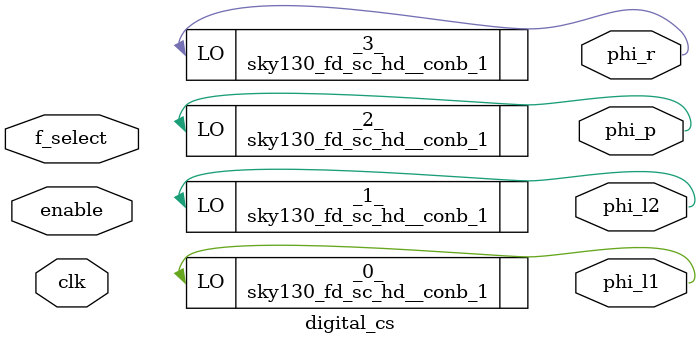
<source format=v>
/* Generated by Yosys 0.30+48 (git sha1 14d50a176d5, gcc 8.3.1 -fPIC -Os) */

module digital_cs(enable, clk, f_select, phi_p, phi_l2, phi_l1, phi_r);
  input clk;
  wire clk;
  input enable;
  wire enable;
  input [7:0] f_select;
  wire [7:0] f_select;
  output phi_l1;
  wire phi_l1;
  output phi_l2;
  wire phi_l2;
  output phi_p;
  wire phi_p;
  output phi_r;
  wire phi_r;
  sky130_fd_sc_hd__conb_1 _0_ (
    .LO(phi_l1)
  );
  sky130_fd_sc_hd__conb_1 _1_ (
    .LO(phi_l2)
  );
  sky130_fd_sc_hd__conb_1 _2_ (
    .LO(phi_p)
  );
  sky130_fd_sc_hd__conb_1 _3_ (
    .LO(phi_r)
  );
endmodule

</source>
